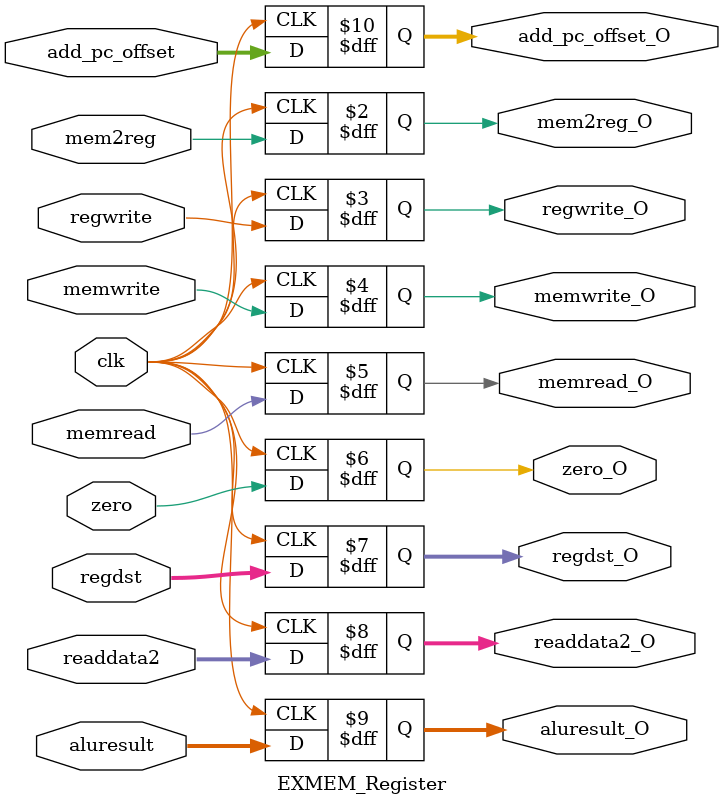
<source format=v>
`timescale 1ns / 1ps
module EXMEM_Register(
	input clk,
	input mem2reg,
	input regwrite,
	//input branch,
	input memwrite,
	input memread,
	
	input zero,
	input [4:0] regdst,
	input [31:0] readdata2,
	input [31:0] aluresult,
	input [31:0] add_pc_offset,
	
	output reg mem2reg_O,
	output reg regwrite_O,
	//output reg branch_O,
	output reg memwrite_O,
	output reg memread_O,
	
	output reg zero_O,
	output reg [4:0] regdst_O,
	output reg [31:0] readdata2_O,
	output reg [31:0] aluresult_O,
	output reg [31:0] add_pc_offset_O
);

always @(posedge clk)
begin	 
	mem2reg_O <= mem2reg;
	regwrite_O <= regwrite;
	//branch_O <= branch;
	memwrite_O <= memwrite;
	memread_O <= memread;
	
	zero_O <= zero;
	regdst_O <= regdst;
	readdata2_O <= readdata2;
	aluresult_O <= aluresult;
	add_pc_offset_O <= add_pc_offset;
end
endmodule

</source>
